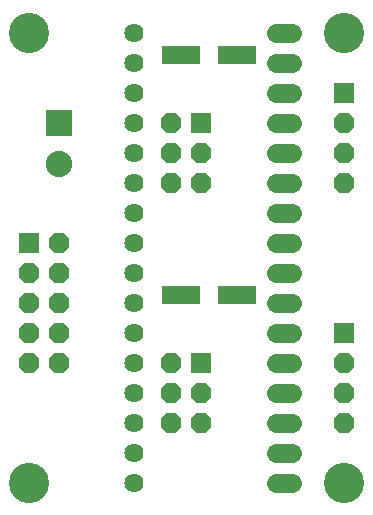
<source format=gts>
G75*
%MOIN*%
%OFA0B0*%
%FSLAX24Y24*%
%IPPOS*%
%LPD*%
%AMOC8*
5,1,8,0,0,1.08239X$1,22.5*
%
%ADD10C,0.1340*%
%ADD11C,0.0640*%
%ADD12C,0.0640*%
%ADD13R,0.0880X0.0880*%
%ADD14C,0.0880*%
%ADD15R,0.0680X0.0680*%
%ADD16OC8,0.0680*%
%ADD17R,0.1261X0.0631*%
D10*
X001650Y001650D03*
X012150Y001650D03*
X012150Y016650D03*
X001650Y016650D03*
D11*
X005150Y016650D03*
X005150Y015650D03*
X005150Y014650D03*
X005150Y013650D03*
X005150Y012650D03*
X005150Y011650D03*
X005150Y010650D03*
X005150Y009650D03*
X005150Y008650D03*
X005150Y007650D03*
X005150Y006650D03*
X005150Y005650D03*
X005150Y004650D03*
X005150Y003650D03*
X005150Y002650D03*
X005150Y001650D03*
D12*
X009870Y001650D02*
X010430Y001650D01*
X010430Y002650D02*
X009870Y002650D01*
X009870Y003650D02*
X010430Y003650D01*
X010430Y004650D02*
X009870Y004650D01*
X009870Y005650D02*
X010430Y005650D01*
X010430Y006650D02*
X009870Y006650D01*
X009870Y007650D02*
X010430Y007650D01*
X010430Y008650D02*
X009870Y008650D01*
X009870Y009650D02*
X010430Y009650D01*
X010430Y010650D02*
X009870Y010650D01*
X009870Y011650D02*
X010430Y011650D01*
X010430Y012650D02*
X009870Y012650D01*
X009870Y013650D02*
X010430Y013650D01*
X010430Y014650D02*
X009870Y014650D01*
X009870Y015650D02*
X010430Y015650D01*
X010430Y016650D02*
X009870Y016650D01*
D13*
X002650Y013650D03*
D14*
X002650Y012272D03*
D15*
X001650Y009650D03*
X007400Y005650D03*
X012150Y006650D03*
X007400Y013650D03*
X012150Y014650D03*
D16*
X012150Y013650D03*
X012150Y012650D03*
X012150Y011650D03*
X012150Y005650D03*
X012150Y004650D03*
X012150Y003650D03*
X007400Y003650D03*
X007400Y004650D03*
X006400Y004650D03*
X006400Y005650D03*
X006400Y003650D03*
X002650Y005650D03*
X002650Y006650D03*
X002650Y007650D03*
X002650Y008650D03*
X002650Y009650D03*
X001650Y008650D03*
X001650Y007650D03*
X001650Y006650D03*
X001650Y005650D03*
X006400Y011650D03*
X006400Y012650D03*
X006400Y013650D03*
X007400Y012650D03*
X007400Y011650D03*
D17*
X006705Y007900D03*
X008595Y007900D03*
X008595Y015900D03*
X006705Y015900D03*
M02*

</source>
